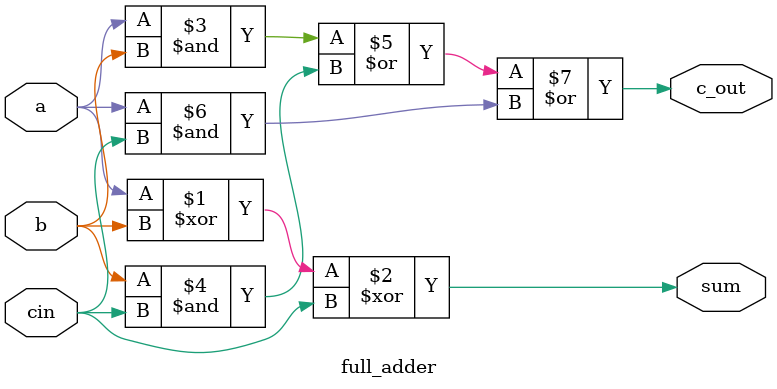
<source format=v>
module full_adder (output sum,c_out, input a,b,cin);
assign sum  = a ^ b ^ cin;
assign c_out = (a & b) | (b & cin) | (a & cin);
endmodule

</source>
